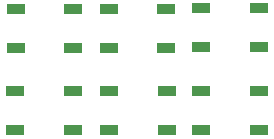
<source format=gbr>
%TF.GenerationSoftware,KiCad,Pcbnew,8.99.0-829-g0984af1676*%
%TF.CreationDate,2024-04-27T09:25:59+07:00*%
%TF.ProjectId,Nuxros75,4e757872-6f73-4373-952e-6b696361645f,rev?*%
%TF.SameCoordinates,Original*%
%TF.FileFunction,Paste,Top*%
%TF.FilePolarity,Positive*%
%FSLAX46Y46*%
G04 Gerber Fmt 4.6, Leading zero omitted, Abs format (unit mm)*
G04 Created by KiCad (PCBNEW 8.99.0-829-g0984af1676) date 2024-04-27 09:25:59*
%MOMM*%
%LPD*%
G01*
G04 APERTURE LIST*
%ADD10R,1.500000X0.900000*%
G04 APERTURE END LIST*
D10*
%TO.C,D82*%
X11020000Y-32590000D03*
X11020000Y-35890000D03*
X15920000Y-35890000D03*
X15920000Y-32590000D03*
%TD*%
%TO.C,D77*%
X23810000Y-28900000D03*
X23810000Y-25600000D03*
X18910000Y-25600000D03*
X18910000Y-28900000D03*
%TD*%
%TO.C,D78*%
X31630000Y-28860000D03*
X31630000Y-25560000D03*
X26730000Y-25560000D03*
X26730000Y-28860000D03*
%TD*%
%TO.C,D79*%
X26710000Y-32600000D03*
X26710000Y-35900000D03*
X31610000Y-35900000D03*
X31610000Y-32600000D03*
%TD*%
%TO.C,D14*%
X15930000Y-28920000D03*
X15930000Y-25620000D03*
X11030000Y-25620000D03*
X11030000Y-28920000D03*
%TD*%
%TO.C,D81*%
X18920000Y-32590000D03*
X18920000Y-35890000D03*
X23820000Y-35890000D03*
X23820000Y-32590000D03*
%TD*%
M02*

</source>
